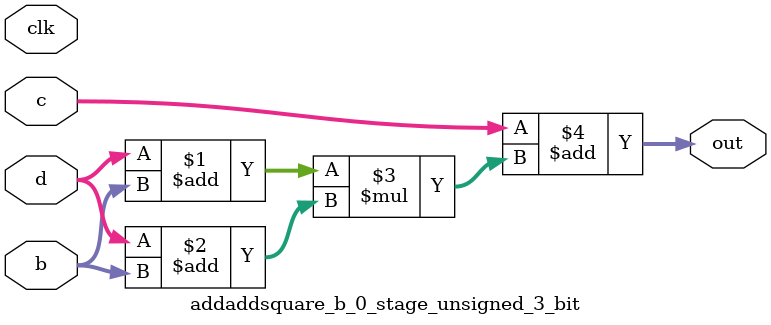
<source format=sv>
(* use_dsp = "yes" *) module addaddsquare_b_0_stage_unsigned_3_bit(
	input  [2:0] b,
	input  [2:0] c,
	input  [2:0] d,
	output [2:0] out,
	input clk);

	assign out = c + ((d + b) * (d + b));
endmodule

</source>
